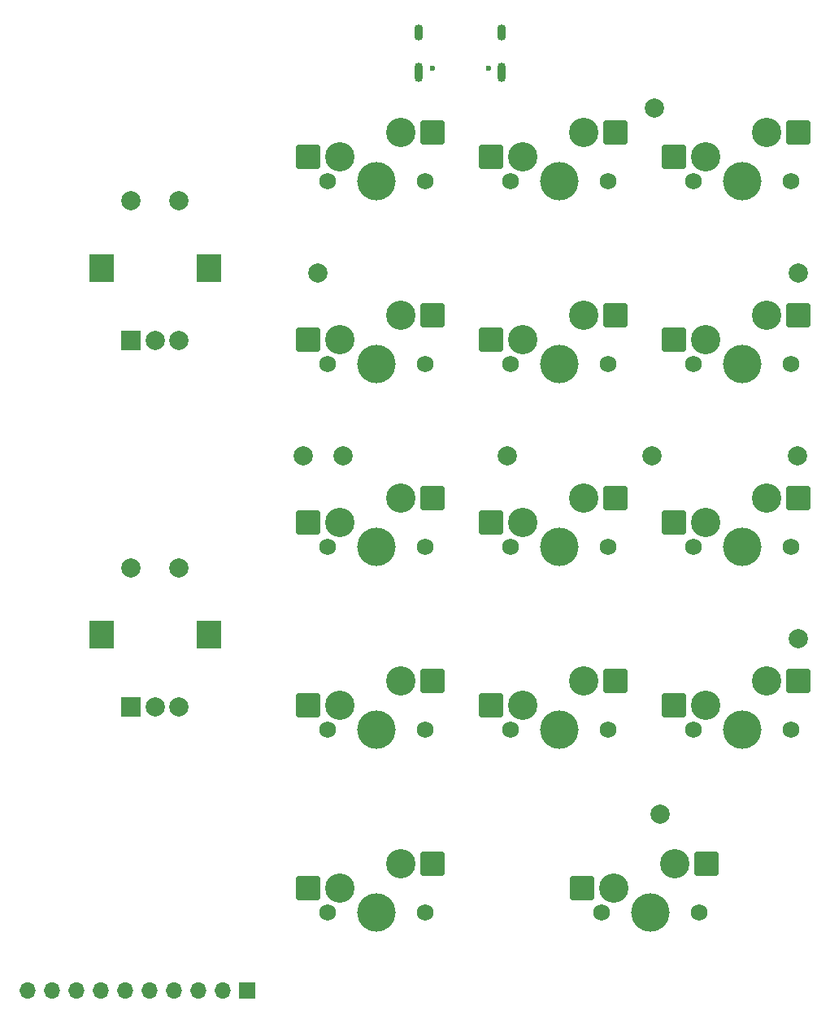
<source format=gbr>
G04 #@! TF.GenerationSoftware,KiCad,Pcbnew,(6.0.7-1)-1*
G04 #@! TF.CreationDate,2022-08-13T20:31:23-04:00*
G04 #@! TF.ProjectId,KnGXT,4b6e4758-542e-46b6-9963-61645f706362,rev?*
G04 #@! TF.SameCoordinates,Original*
G04 #@! TF.FileFunction,Soldermask,Bot*
G04 #@! TF.FilePolarity,Negative*
%FSLAX46Y46*%
G04 Gerber Fmt 4.6, Leading zero omitted, Abs format (unit mm)*
G04 Created by KiCad (PCBNEW (6.0.7-1)-1) date 2022-08-13 20:31:23*
%MOMM*%
%LPD*%
G01*
G04 APERTURE LIST*
G04 Aperture macros list*
%AMRoundRect*
0 Rectangle with rounded corners*
0 $1 Rounding radius*
0 $2 $3 $4 $5 $6 $7 $8 $9 X,Y pos of 4 corners*
0 Add a 4 corners polygon primitive as box body*
4,1,4,$2,$3,$4,$5,$6,$7,$8,$9,$2,$3,0*
0 Add four circle primitives for the rounded corners*
1,1,$1+$1,$2,$3*
1,1,$1+$1,$4,$5*
1,1,$1+$1,$6,$7*
1,1,$1+$1,$8,$9*
0 Add four rect primitives between the rounded corners*
20,1,$1+$1,$2,$3,$4,$5,0*
20,1,$1+$1,$4,$5,$6,$7,0*
20,1,$1+$1,$6,$7,$8,$9,0*
20,1,$1+$1,$8,$9,$2,$3,0*%
G04 Aperture macros list end*
%ADD10C,4.000000*%
%ADD11C,3.050000*%
%ADD12C,1.750000*%
%ADD13RoundRect,0.250000X-1.025000X-1.000000X1.025000X-1.000000X1.025000X1.000000X-1.025000X1.000000X0*%
%ADD14C,2.000000*%
%ADD15R,1.700000X1.700000*%
%ADD16O,1.700000X1.700000*%
%ADD17C,0.600000*%
%ADD18O,0.900000X1.700000*%
%ADD19O,0.900000X2.000000*%
%ADD20R,2.000000X2.000000*%
%ADD21R,2.500000X3.000000*%
G04 APERTURE END LIST*
D10*
X96900000Y-59325000D03*
D11*
X99440000Y-54245000D03*
D12*
X101980000Y-59325000D03*
D11*
X93090000Y-56785000D03*
D12*
X91820000Y-59325000D03*
D13*
X89815000Y-56785000D03*
X102742000Y-54245000D03*
D11*
X93090000Y-37735000D03*
D12*
X91820000Y-40275000D03*
X101980000Y-40275000D03*
D11*
X99440000Y-35195000D03*
D10*
X96900000Y-40275000D03*
D13*
X89815000Y-37735000D03*
X102742000Y-35195000D03*
D14*
X55372000Y-68825000D03*
D11*
X54990000Y-113935000D03*
X61340000Y-111395000D03*
D12*
X63880000Y-116475000D03*
X53720000Y-116475000D03*
D10*
X58800000Y-116475000D03*
D13*
X51715000Y-113935000D03*
X64642000Y-111395000D03*
D14*
X87775000Y-32650000D03*
D12*
X63880000Y-97425000D03*
D10*
X58800000Y-97425000D03*
D12*
X53720000Y-97425000D03*
D11*
X54990000Y-94885000D03*
X61340000Y-92345000D03*
D13*
X51715000Y-94885000D03*
X64642000Y-92345000D03*
D12*
X72770000Y-59325000D03*
X82930000Y-59325000D03*
D10*
X77850000Y-59325000D03*
D11*
X74040000Y-56785000D03*
X80390000Y-54245000D03*
D13*
X70765000Y-56785000D03*
X83692000Y-54245000D03*
D10*
X87375000Y-116475000D03*
D11*
X89915000Y-111395000D03*
D12*
X82295000Y-116475000D03*
D11*
X83565000Y-113935000D03*
D12*
X92455000Y-116475000D03*
D13*
X80290000Y-113935000D03*
X93217000Y-111395000D03*
D12*
X82930000Y-40275000D03*
D11*
X74040000Y-37735000D03*
X80390000Y-35195000D03*
D12*
X72770000Y-40275000D03*
D10*
X77850000Y-40275000D03*
D13*
X70765000Y-37735000D03*
X83692000Y-35195000D03*
D11*
X93090000Y-94885000D03*
D12*
X91820000Y-97425000D03*
D11*
X99440000Y-92345000D03*
D12*
X101980000Y-97425000D03*
D10*
X96900000Y-97425000D03*
D13*
X89815000Y-94885000D03*
X102742000Y-92345000D03*
D15*
X45400000Y-124575000D03*
D16*
X42860000Y-124575000D03*
X40320000Y-124575000D03*
X37780000Y-124575000D03*
X35240000Y-124575000D03*
X32700000Y-124575000D03*
X30160000Y-124575000D03*
X27620000Y-124575000D03*
X25080000Y-124575000D03*
X22540000Y-124575000D03*
D11*
X99440000Y-73295000D03*
X93090000Y-75835000D03*
D12*
X101980000Y-78375000D03*
X91820000Y-78375000D03*
D10*
X96900000Y-78375000D03*
D13*
X89815000Y-75835000D03*
X102742000Y-73295000D03*
D11*
X61340000Y-35195000D03*
X54990000Y-37735000D03*
D12*
X53720000Y-40275000D03*
D10*
X58800000Y-40275000D03*
D12*
X63880000Y-40275000D03*
D13*
X51715000Y-37735000D03*
X64642000Y-35195000D03*
D17*
X64696125Y-28446325D03*
X70476125Y-28446325D03*
D18*
X71906125Y-24756325D03*
D19*
X63266125Y-28926325D03*
X71906125Y-28926325D03*
D18*
X63266125Y-24756325D03*
D10*
X77850000Y-78375000D03*
D12*
X82930000Y-78375000D03*
X72770000Y-78375000D03*
D11*
X80390000Y-73295000D03*
X74040000Y-75835000D03*
D13*
X70765000Y-75835000D03*
X83692000Y-73295000D03*
D11*
X74040000Y-94885000D03*
D12*
X82930000Y-97425000D03*
D11*
X80390000Y-92345000D03*
D12*
X72770000Y-97425000D03*
D10*
X77850000Y-97425000D03*
D13*
X70765000Y-94885000D03*
X83692000Y-92345000D03*
D14*
X52725000Y-49825000D03*
X102725000Y-68850000D03*
X72500000Y-68825000D03*
X88400000Y-106175000D03*
D20*
X33292800Y-56809400D03*
D14*
X38292800Y-56809400D03*
X35792800Y-56809400D03*
D21*
X30192800Y-49309400D03*
X41392800Y-49309400D03*
D14*
X33292800Y-42309400D03*
X38292800Y-42309400D03*
X87550000Y-68825000D03*
X102750000Y-87900000D03*
X51225000Y-68850000D03*
D20*
X33292800Y-95034400D03*
D14*
X38292800Y-95034400D03*
X35792800Y-95034400D03*
D21*
X41392800Y-87534400D03*
X30192800Y-87534400D03*
D14*
X33292800Y-80534400D03*
X38292800Y-80534400D03*
D10*
X58800000Y-78375000D03*
D12*
X53720000Y-78375000D03*
D11*
X54990000Y-75835000D03*
D12*
X63880000Y-78375000D03*
D11*
X61340000Y-73295000D03*
D13*
X51715000Y-75835000D03*
X64642000Y-73295000D03*
D14*
X102750000Y-49800000D03*
D12*
X53720000Y-59325000D03*
D11*
X61340000Y-54245000D03*
D10*
X58800000Y-59325000D03*
D12*
X63880000Y-59325000D03*
D11*
X54990000Y-56785000D03*
D13*
X51715000Y-56785000D03*
X64642000Y-54245000D03*
M02*

</source>
